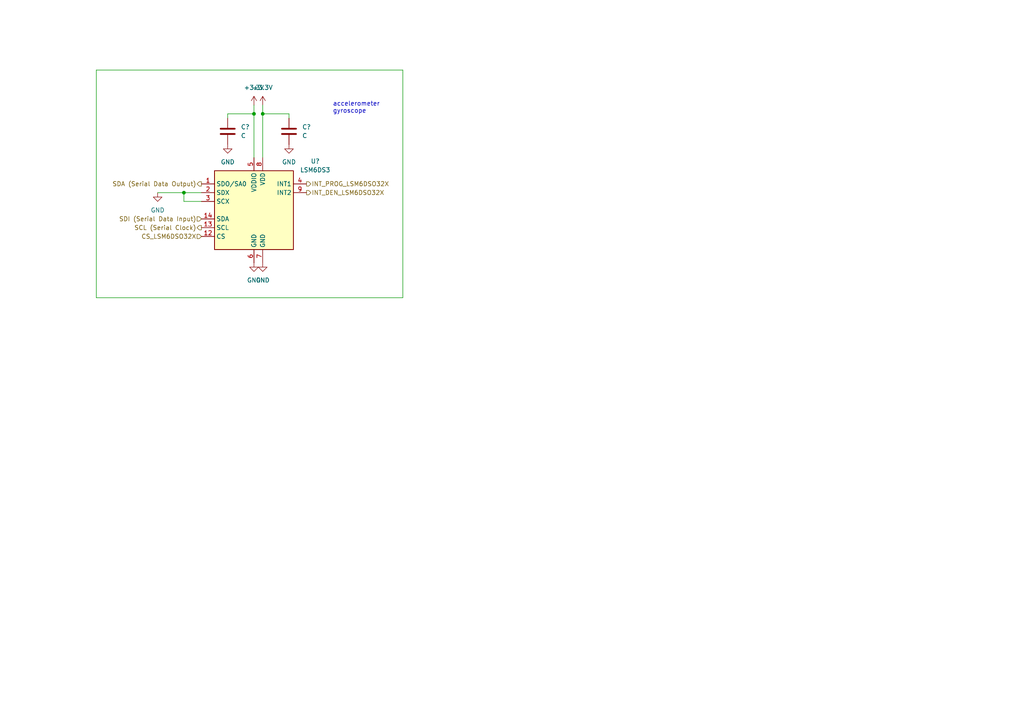
<source format=kicad_sch>
(kicad_sch (version 20211123) (generator eeschema)
  (paper "A4")
  (lib_symbols
    (symbol "Device:C" (pin_numbers hide) (pin_names (offset 0.254))
      (property "Reference" "C" (at 0.635 2.54 0))
      (property "Value" "C" (at 0.635 -2.54 0))
      (symbol "C_0_1"
        (polyline (pts (xy -2.032 -0.762) (xy 2.032 -0.762)) (stroke (width 0.508)))
        (polyline (pts (xy -2.032 0.762) (xy 2.032 0.762)) (stroke (width 0.508)))
      )
      (symbol "C_1_1"
        (pin passive line (at 0 3.81 270) (length 2.794) (name "~") (number "1"))
        (pin passive line (at 0 -3.81 90) (length 2.794) (name "~") (number "2"))
      )
    )
    (symbol "Sensor_Motion:LSM6DS3"
      (property "Reference" "U" (at -11.43 15.24 0))
      (property "Value" "LSM6DS3" (at -11.43 12.7 0))
      (symbol "LSM6DS3_0_1"
        (rectangle (start 11.43 11.43) (end -11.43 -11.43) (stroke (width 0.254)) (fill (type background)))
      )
      (symbol "LSM6DS3_1_1"
        (pin bidirectional line (at -15.24 7.62 0) (length 3.81) (name "SDO/SA0") (number "1"))
        (pin no_connect line (at 10.16 -5.08 180) (length 3.81) hide (name "NC") (number "10"))
        (pin no_connect line (at 10.16 -2.54 180) (length 3.81) hide (name "NC") (number "11"))
        (pin input line (at -15.24 -7.62 0) (length 3.81) (name "CS") (number "12"))
        (pin input line (at -15.24 -5.08 0) (length 3.81) (name "SCL") (number "13"))
        (pin bidirectional line (at -15.24 -2.54 0) (length 3.81) (name "SDA") (number "14"))
        (pin bidirectional line (at -15.24 5.08 0) (length 3.81) (name "SDX") (number "2"))
        (pin input line (at -15.24 2.54 0) (length 3.81) (name "SCX") (number "3"))
        (pin output line (at 15.24 7.62 180) (length 3.81) (name "INT1") (number "4"))
        (pin power_in line (at 0 15.24 270) (length 3.81) (name "VDDIO") (number "5"))
        (pin power_in line (at 0 -15.24 90) (length 3.81) (name "GND") (number "6"))
        (pin power_in line (at 2.54 -15.24 90) (length 3.81) (name "GND") (number "7"))
        (pin power_in line (at 2.54 15.24 270) (length 3.81) (name "VDD") (number "8"))
        (pin output line (at 15.24 5.08 180) (length 3.81) (name "INT2") (number "9"))
      )
    )
    (symbol "power:+3.3V" (power) (pin_names (offset 0))
      (property "Value" "+3.3V" (at 0 3.556 0))
      (symbol "+3.3V_0_1"
        (polyline (pts (xy -0.762 1.27) (xy 0 2.54)))
        (polyline (pts (xy 0 0) (xy 0 2.54)))
        (polyline (pts (xy 0 2.54) (xy 0.762 1.27)))
      )
      (symbol "+3.3V_1_1"
        (pin power_in line (at 0 0 90) (length 0) hide (name "+3.3V") (number "1"))
      )
    )
    (symbol "power:GND" (power) (pin_names (offset 0))
      (property "Value" "GND" (at 0 -3.81 0))
      (symbol "GND_0_1"
        (polyline (pts (xy 0 0) (xy 0 -1.27) (xy 1.27 -1.27) (xy 0 -2.54) (xy -1.27 -1.27) (xy 0 -1.27)))
      )
      (symbol "GND_1_1"
        (pin power_in line (at 0 0 270) (length 0) hide (name "GND") (number "1"))
      )
    )
  )
  (junction (at 53.34 55.88))
  (junction (at 76.2 33.02))
  (junction (at 73.66 33.02))
  (wire (pts (xy 53.34 55.88) (xy 45.72 55.88)))
  (wire (pts (xy 58.42 55.88) (xy 53.34 55.88)))
  (wire (pts (xy 66.04 33.02) (xy 73.66 33.02)))
  (wire (pts (xy 83.82 33.02) (xy 83.82 34.29)))
  (wire (pts (xy 76.2 33.02) (xy 76.2 45.72)))
  (wire (pts (xy 66.04 33.02) (xy 66.04 34.29)))
  (wire (pts (xy 53.34 55.88) (xy 53.34 58.42)))
  (wire (pts (xy 76.2 30.48) (xy 76.2 33.02)))
  (wire (pts (xy 73.66 33.02) (xy 73.66 45.72)))
  (wire (pts (xy 53.34 58.42) (xy 58.42 58.42)))
  (wire (pts (xy 116.84 20.32) (xy 116.84 86.36)))
  (wire (pts (xy 116.84 20.32) (xy 27.94 20.32)))
  (wire (pts (xy 76.2 33.02) (xy 83.82 33.02)))
  (wire (pts (xy 73.66 30.48) (xy 73.66 33.02)))
  (wire (pts (xy 27.94 86.36) (xy 116.84 86.36)))
  (wire (pts (xy 27.94 20.32) (xy 27.94 86.36)))
  (text "accelerometer\ngyroscope" (at 96.52 33.02 0) (effects (font (size 1.27 1.27)) (justify left bottom)))
  (hierarchical_label "CS_LSM6DSO32X" (shape input) (at 58.42 68.58 180))
  (hierarchical_label "SDI (Serial Data Input)" (shape input) (at 58.42 63.5 180))
  (hierarchical_label "SDA (Serial Data Output)" (shape output) (at 58.42 53.34 180))
  (hierarchical_label "INT_DEN_LSM6DSO32X" (shape output) (at 88.9 55.88 0))
  (hierarchical_label "INT_PROG_LSM6DSO32X" (shape output) (at 88.9 53.34 0))
  (hierarchical_label "SCL (Serial Clock)" (shape output) (at 58.42 66.04 180))
  (symbol (lib_id "Sensor_Motion:LSM6DS3") (at 73.66 60.96 0) (unit 1)
    (property "Reference" "U?" (at 91.44 46.7612 0))
    (property "Value" "LSM6DS3" (at 91.44 49.3012 0))
    (property "Footprint" "footprints:LSM6DSO32XTR" (effects hide))
    (property "Datasheet" "www.st.com/resource/en/datasheet/lsm6ds3.pdf" (effects hide))
  )
  (symbol (lib_id "Device:C") (at 66.04 38.1 0) (unit 1)
    (property "Reference" "C?" (at 69.85 36.8299 0) (effects (justify left)))
    (property "Value" "C" (at 69.85 39.3699 0) (effects (justify left)))
  )
  (symbol (lib_id "power:+3.3V") (at 76.2 30.48 0) (unit 1)
    (property "Reference" "#PWR?" (effects hide))
    (property "Value" "+3.3V" (at 76.2 25.4 0))
  )
  (symbol (lib_id "power:+3.3V") (at 73.66 30.48 0) (unit 1)
    (property "Reference" "#PWR?" (effects hide))
    (property "Value" "+3.3V" (at 73.66 25.4 0))
  )
  (symbol (lib_id "power:GND") (at 76.2 76.2 0) (unit 1)
    (property "Reference" "#PWR?" (effects hide))
    (property "Value" "GND" (at 76.2 81.28 0))
  )
  (symbol (lib_id "power:GND") (at 45.72 55.88 0) (unit 1)
    (property "Reference" "#PWR?" (effects hide))
    (property "Value" "GND" (at 45.72 60.96 0))
  )
  (symbol (lib_id "power:GND") (at 66.04 41.91 0) (unit 1)
    (property "Reference" "#PWR?" (effects hide))
    (property "Value" "GND" (at 66.04 46.99 0))
  )
  (symbol (lib_id "power:GND") (at 73.66 76.2 0) (unit 1)
    (property "Reference" "#PWR?" (effects hide))
    (property "Value" "GND" (at 73.66 81.28 0))
  )
  (symbol (lib_id "Device:C") (at 83.82 38.1 0) (unit 1)
    (property "Reference" "C?" (at 87.63 36.8299 0) (effects (justify left)))
    (property "Value" "C" (at 87.63 39.3699 0) (effects (justify left)))
  )
  (symbol (lib_id "power:GND") (at 83.82 41.91 0) (unit 1)
    (property "Reference" "#PWR?" (effects hide))
    (property "Value" "GND" (at 83.82 46.99 0))
  )
)
</source>
